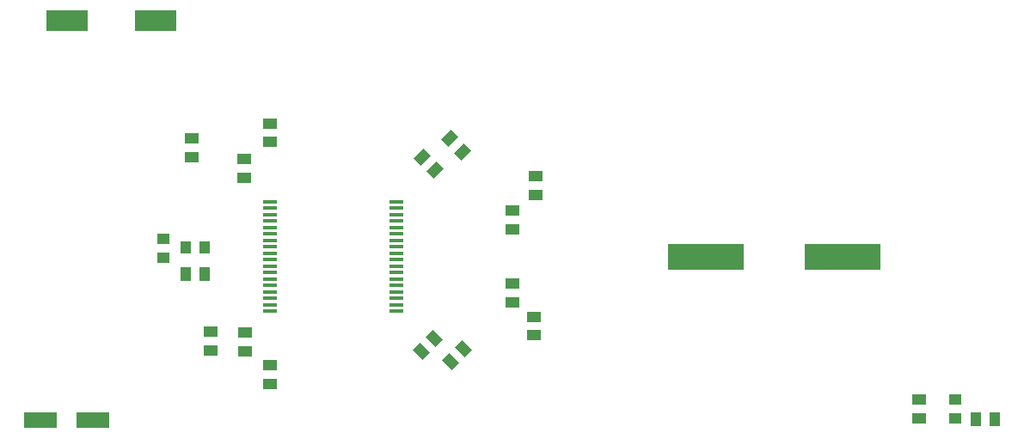
<source format=gtp>
G04*
G04 #@! TF.GenerationSoftware,Altium Limited,Altium Designer,20.0.12 (288)*
G04*
G04 Layer_Color=8421504*
%FSLAX25Y25*%
%MOIN*%
G70*
G01*
G75*
%ADD15R,0.05709X0.01575*%
%ADD16R,0.04134X0.05118*%
%ADD17R,0.05118X0.04134*%
G04:AMPARAMS|DCode=18|XSize=55.12mil|YSize=41.34mil|CornerRadius=0mil|HoleSize=0mil|Usage=FLASHONLY|Rotation=135.000|XOffset=0mil|YOffset=0mil|HoleType=Round|Shape=Rectangle|*
%AMROTATEDRECTD18*
4,1,4,0.03410,-0.00487,0.00487,-0.03410,-0.03410,0.00487,-0.00487,0.03410,0.03410,-0.00487,0.0*
%
%ADD18ROTATEDRECTD18*%

%ADD19R,0.05512X0.04134*%
%ADD20R,0.12598X0.06299*%
%ADD21R,0.04134X0.05512*%
G04:AMPARAMS|DCode=22|XSize=55.12mil|YSize=41.34mil|CornerRadius=0mil|HoleSize=0mil|Usage=FLASHONLY|Rotation=45.000|XOffset=0mil|YOffset=0mil|HoleType=Round|Shape=Rectangle|*
%AMROTATEDRECTD22*
4,1,4,-0.00487,-0.03410,-0.03410,-0.00487,0.00487,0.03410,0.03410,0.00487,-0.00487,-0.03410,0.0*
%
%ADD22ROTATEDRECTD22*%

%ADD23R,0.29528X0.09843*%
%ADD24R,0.16142X0.07874*%
D15*
X160630Y156122D02*
D03*
Y158622D02*
D03*
Y161122D02*
D03*
Y163622D02*
D03*
Y166122D02*
D03*
Y168622D02*
D03*
Y171122D02*
D03*
Y173622D02*
D03*
Y176122D02*
D03*
Y178622D02*
D03*
Y181122D02*
D03*
Y183622D02*
D03*
Y186122D02*
D03*
Y188622D02*
D03*
Y191122D02*
D03*
Y193622D02*
D03*
Y196122D02*
D03*
Y198622D02*
D03*
X111811Y156122D02*
D03*
Y158622D02*
D03*
Y161122D02*
D03*
Y163622D02*
D03*
Y166122D02*
D03*
Y168622D02*
D03*
Y171122D02*
D03*
Y173622D02*
D03*
Y176122D02*
D03*
Y178622D02*
D03*
Y181122D02*
D03*
Y183622D02*
D03*
Y186122D02*
D03*
Y188622D02*
D03*
Y191122D02*
D03*
Y193622D02*
D03*
Y196122D02*
D03*
Y198622D02*
D03*
D16*
X86221Y180709D02*
D03*
X78937D02*
D03*
D17*
X70177Y184252D02*
D03*
Y176969D02*
D03*
X377165Y121851D02*
D03*
Y114567D02*
D03*
D18*
X181578Y136401D02*
D03*
X186729Y141551D02*
D03*
X170260Y140338D02*
D03*
X175410Y145489D02*
D03*
D19*
X101969Y147835D02*
D03*
Y140551D02*
D03*
X88681Y148031D02*
D03*
Y140748D02*
D03*
X213976Y153937D02*
D03*
Y146654D02*
D03*
X205512Y159547D02*
D03*
Y166831D02*
D03*
X111614Y127756D02*
D03*
Y135039D02*
D03*
X205610Y195177D02*
D03*
Y187894D02*
D03*
X111516Y228937D02*
D03*
Y221654D02*
D03*
X214567Y201181D02*
D03*
Y208465D02*
D03*
X101575Y215059D02*
D03*
Y207776D02*
D03*
X363386Y114567D02*
D03*
Y121850D02*
D03*
X81339Y223110D02*
D03*
Y215827D02*
D03*
D20*
X22736Y113681D02*
D03*
X42815D02*
D03*
D21*
X86221Y170472D02*
D03*
X78937D02*
D03*
X385236Y114173D02*
D03*
X392520D02*
D03*
D22*
X170653Y215961D02*
D03*
X175803Y210811D02*
D03*
X186433Y217897D02*
D03*
X181283Y223047D02*
D03*
D23*
X333661Y177165D02*
D03*
X280512D02*
D03*
D24*
X67224Y268799D02*
D03*
X32972D02*
D03*
M02*

</source>
